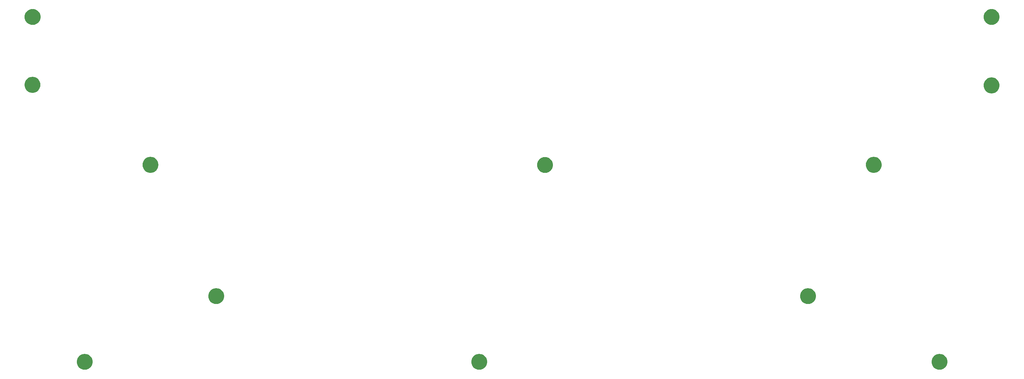
<source format=gbr>
G04 #@! TF.GenerationSoftware,KiCad,Pcbnew,(5.1.6)-1*
G04 #@! TF.CreationDate,2020-11-14T19:27:32+01:00*
G04 #@! TF.ProjectId,punk75_bottom_eotw,70756e6b-3735-45f6-926f-74746f6d5f65,rev?*
G04 #@! TF.SameCoordinates,Original*
G04 #@! TF.FileFunction,Soldermask,Top*
G04 #@! TF.FilePolarity,Negative*
%FSLAX46Y46*%
G04 Gerber Fmt 4.6, Leading zero omitted, Abs format (unit mm)*
G04 Created by KiCad (PCBNEW (5.1.6)-1) date 2020-11-14 19:27:32*
%MOMM*%
%LPD*%
G01*
G04 APERTURE LIST*
%ADD10C,0.100000*%
G04 APERTURE END LIST*
D10*
G36*
X213173903Y-208880713D02*
G01*
X213396177Y-208924926D01*
X213814932Y-209098380D01*
X214191802Y-209350196D01*
X214512304Y-209670698D01*
X214764120Y-210047568D01*
X214937574Y-210466323D01*
X215026000Y-210910871D01*
X215026000Y-211364129D01*
X214937574Y-211808677D01*
X214764120Y-212227432D01*
X214512304Y-212604302D01*
X214191802Y-212924804D01*
X213814932Y-213176620D01*
X213396177Y-213350074D01*
X213173903Y-213394287D01*
X212951630Y-213438500D01*
X212498370Y-213438500D01*
X212276097Y-213394287D01*
X212053823Y-213350074D01*
X211635068Y-213176620D01*
X211258198Y-212924804D01*
X210937696Y-212604302D01*
X210685880Y-212227432D01*
X210512426Y-211808677D01*
X210424000Y-211364129D01*
X210424000Y-210910871D01*
X210512426Y-210466323D01*
X210685880Y-210047568D01*
X210937696Y-209670698D01*
X211258198Y-209350196D01*
X211635068Y-209098380D01*
X212053823Y-208924926D01*
X212276097Y-208880713D01*
X212498370Y-208836500D01*
X212951630Y-208836500D01*
X213173903Y-208880713D01*
G37*
G36*
X98873903Y-208880713D02*
G01*
X99096177Y-208924926D01*
X99514932Y-209098380D01*
X99891802Y-209350196D01*
X100212304Y-209670698D01*
X100464120Y-210047568D01*
X100637574Y-210466323D01*
X100726000Y-210910871D01*
X100726000Y-211364129D01*
X100637574Y-211808677D01*
X100464120Y-212227432D01*
X100212304Y-212604302D01*
X99891802Y-212924804D01*
X99514932Y-213176620D01*
X99096177Y-213350074D01*
X98873903Y-213394287D01*
X98651630Y-213438500D01*
X98198370Y-213438500D01*
X97976097Y-213394287D01*
X97753823Y-213350074D01*
X97335068Y-213176620D01*
X96958198Y-212924804D01*
X96637696Y-212604302D01*
X96385880Y-212227432D01*
X96212426Y-211808677D01*
X96124000Y-211364129D01*
X96124000Y-210910871D01*
X96212426Y-210466323D01*
X96385880Y-210047568D01*
X96637696Y-209670698D01*
X96958198Y-209350196D01*
X97335068Y-209098380D01*
X97753823Y-208924926D01*
X97976097Y-208880713D01*
X98198370Y-208836500D01*
X98651630Y-208836500D01*
X98873903Y-208880713D01*
G37*
G36*
X346523903Y-208880713D02*
G01*
X346746177Y-208924926D01*
X347164932Y-209098380D01*
X347541802Y-209350196D01*
X347862304Y-209670698D01*
X348114120Y-210047568D01*
X348287574Y-210466323D01*
X348376000Y-210910871D01*
X348376000Y-211364129D01*
X348287574Y-211808677D01*
X348114120Y-212227432D01*
X347862304Y-212604302D01*
X347541802Y-212924804D01*
X347164932Y-213176620D01*
X346746177Y-213350074D01*
X346523903Y-213394287D01*
X346301630Y-213438500D01*
X345848370Y-213438500D01*
X345626097Y-213394287D01*
X345403823Y-213350074D01*
X344985068Y-213176620D01*
X344608198Y-212924804D01*
X344287696Y-212604302D01*
X344035880Y-212227432D01*
X343862426Y-211808677D01*
X343774000Y-211364129D01*
X343774000Y-210910871D01*
X343862426Y-210466323D01*
X344035880Y-210047568D01*
X344287696Y-209670698D01*
X344608198Y-209350196D01*
X344985068Y-209098380D01*
X345403823Y-208924926D01*
X345626097Y-208880713D01*
X345848370Y-208836500D01*
X346301630Y-208836500D01*
X346523903Y-208880713D01*
G37*
G36*
X308423903Y-189830713D02*
G01*
X308646177Y-189874926D01*
X309064932Y-190048380D01*
X309441802Y-190300196D01*
X309762304Y-190620698D01*
X310014120Y-190997568D01*
X310187574Y-191416323D01*
X310276000Y-191860871D01*
X310276000Y-192314129D01*
X310187574Y-192758677D01*
X310014120Y-193177432D01*
X309762304Y-193554302D01*
X309441802Y-193874804D01*
X309064932Y-194126620D01*
X308646177Y-194300074D01*
X308423903Y-194344287D01*
X308201630Y-194388500D01*
X307748370Y-194388500D01*
X307526097Y-194344287D01*
X307303823Y-194300074D01*
X306885068Y-194126620D01*
X306508198Y-193874804D01*
X306187696Y-193554302D01*
X305935880Y-193177432D01*
X305762426Y-192758677D01*
X305674000Y-192314129D01*
X305674000Y-191860871D01*
X305762426Y-191416323D01*
X305935880Y-190997568D01*
X306187696Y-190620698D01*
X306508198Y-190300196D01*
X306885068Y-190048380D01*
X307303823Y-189874926D01*
X307526097Y-189830713D01*
X307748370Y-189786500D01*
X308201630Y-189786500D01*
X308423903Y-189830713D01*
G37*
G36*
X136973903Y-189830713D02*
G01*
X137196177Y-189874926D01*
X137614932Y-190048380D01*
X137991802Y-190300196D01*
X138312304Y-190620698D01*
X138564120Y-190997568D01*
X138737574Y-191416323D01*
X138826000Y-191860871D01*
X138826000Y-192314129D01*
X138737574Y-192758677D01*
X138564120Y-193177432D01*
X138312304Y-193554302D01*
X137991802Y-193874804D01*
X137614932Y-194126620D01*
X137196177Y-194300074D01*
X136973903Y-194344287D01*
X136751630Y-194388500D01*
X136298370Y-194388500D01*
X136076097Y-194344287D01*
X135853823Y-194300074D01*
X135435068Y-194126620D01*
X135058198Y-193874804D01*
X134737696Y-193554302D01*
X134485880Y-193177432D01*
X134312426Y-192758677D01*
X134224000Y-192314129D01*
X134224000Y-191860871D01*
X134312426Y-191416323D01*
X134485880Y-190997568D01*
X134737696Y-190620698D01*
X135058198Y-190300196D01*
X135435068Y-190048380D01*
X135853823Y-189874926D01*
X136076097Y-189830713D01*
X136298370Y-189786500D01*
X136751630Y-189786500D01*
X136973903Y-189830713D01*
G37*
G36*
X232223903Y-151794213D02*
G01*
X232446177Y-151838426D01*
X232864932Y-152011880D01*
X233241802Y-152263696D01*
X233562304Y-152584198D01*
X233814120Y-152961068D01*
X233987574Y-153379823D01*
X233987574Y-153379824D01*
X234067845Y-153783370D01*
X234076000Y-153824371D01*
X234076000Y-154277629D01*
X233987574Y-154722177D01*
X233814120Y-155140932D01*
X233562304Y-155517802D01*
X233241802Y-155838304D01*
X232864932Y-156090120D01*
X232446177Y-156263574D01*
X232223903Y-156307787D01*
X232001630Y-156352000D01*
X231548370Y-156352000D01*
X231326097Y-156307787D01*
X231103823Y-156263574D01*
X230685068Y-156090120D01*
X230308198Y-155838304D01*
X229987696Y-155517802D01*
X229735880Y-155140932D01*
X229562426Y-154722177D01*
X229474000Y-154277629D01*
X229474000Y-153824371D01*
X229482156Y-153783370D01*
X229562426Y-153379824D01*
X229562426Y-153379823D01*
X229735880Y-152961068D01*
X229987696Y-152584198D01*
X230308198Y-152263696D01*
X230685068Y-152011880D01*
X231103823Y-151838426D01*
X231326097Y-151794213D01*
X231548370Y-151750000D01*
X232001630Y-151750000D01*
X232223903Y-151794213D01*
G37*
G36*
X117907750Y-151750000D02*
G01*
X118146177Y-151797426D01*
X118564932Y-151970880D01*
X118941802Y-152222696D01*
X119262304Y-152543198D01*
X119514120Y-152920068D01*
X119687574Y-153338823D01*
X119731787Y-153561097D01*
X119776000Y-153783370D01*
X119776000Y-154236630D01*
X119731787Y-154458903D01*
X119687574Y-154681177D01*
X119514120Y-155099932D01*
X119262304Y-155476802D01*
X118941802Y-155797304D01*
X118564932Y-156049120D01*
X118146177Y-156222574D01*
X117940056Y-156263574D01*
X117701630Y-156311000D01*
X117248370Y-156311000D01*
X117009944Y-156263574D01*
X116803823Y-156222574D01*
X116385068Y-156049120D01*
X116008198Y-155797304D01*
X115687696Y-155476802D01*
X115435880Y-155099932D01*
X115262426Y-154681177D01*
X115218213Y-154458903D01*
X115174000Y-154236630D01*
X115174000Y-153783370D01*
X115218213Y-153561097D01*
X115262426Y-153338823D01*
X115435880Y-152920068D01*
X115687696Y-152543198D01*
X116008198Y-152222696D01*
X116385068Y-151970880D01*
X116803823Y-151797426D01*
X117042250Y-151750000D01*
X117248370Y-151709000D01*
X117701630Y-151709000D01*
X117907750Y-151750000D01*
G37*
G36*
X327473903Y-151743213D02*
G01*
X327696177Y-151787426D01*
X328114932Y-151960880D01*
X328491802Y-152212696D01*
X328812304Y-152533198D01*
X329064120Y-152910068D01*
X329237574Y-153328823D01*
X329247719Y-153379824D01*
X329326000Y-153773370D01*
X329326000Y-154226630D01*
X329315855Y-154277630D01*
X329237574Y-154671177D01*
X329064120Y-155089932D01*
X328812304Y-155466802D01*
X328491802Y-155787304D01*
X328114932Y-156039120D01*
X327696177Y-156212574D01*
X327473903Y-156256787D01*
X327251630Y-156301000D01*
X326798370Y-156301000D01*
X326576097Y-156256787D01*
X326353823Y-156212574D01*
X325935068Y-156039120D01*
X325558198Y-155787304D01*
X325237696Y-155466802D01*
X324985880Y-155089932D01*
X324812426Y-154671177D01*
X324734145Y-154277630D01*
X324724000Y-154226630D01*
X324724000Y-153773370D01*
X324802281Y-153379824D01*
X324812426Y-153328823D01*
X324985880Y-152910068D01*
X325237696Y-152533198D01*
X325558198Y-152212696D01*
X325935068Y-151960880D01*
X326353823Y-151787426D01*
X326576097Y-151743213D01*
X326798370Y-151699000D01*
X327251630Y-151699000D01*
X327473903Y-151743213D01*
G37*
G36*
X361605153Y-128711963D02*
G01*
X361827427Y-128756176D01*
X362246182Y-128929630D01*
X362623052Y-129181446D01*
X362943554Y-129501948D01*
X363195370Y-129878818D01*
X363368824Y-130297573D01*
X363368824Y-130297574D01*
X363425673Y-130583370D01*
X363457250Y-130742121D01*
X363457250Y-131195379D01*
X363368824Y-131639927D01*
X363195370Y-132058682D01*
X362943554Y-132435552D01*
X362623052Y-132756054D01*
X362246182Y-133007870D01*
X361827427Y-133181324D01*
X361605153Y-133225537D01*
X361382880Y-133269750D01*
X360929620Y-133269750D01*
X360707347Y-133225537D01*
X360485073Y-133181324D01*
X360066318Y-133007870D01*
X359689448Y-132756054D01*
X359368946Y-132435552D01*
X359117130Y-132058682D01*
X358943676Y-131639927D01*
X358855250Y-131195379D01*
X358855250Y-130742121D01*
X358886828Y-130583370D01*
X358943676Y-130297574D01*
X358943676Y-130297573D01*
X359117130Y-129878818D01*
X359368946Y-129501948D01*
X359689448Y-129181446D01*
X360066318Y-128929630D01*
X360485073Y-128756176D01*
X360707347Y-128711963D01*
X360929620Y-128667750D01*
X361382880Y-128667750D01*
X361605153Y-128711963D01*
G37*
G36*
X83760903Y-128553213D02*
G01*
X83983177Y-128597426D01*
X84401932Y-128770880D01*
X84778802Y-129022696D01*
X85099304Y-129343198D01*
X85351120Y-129720068D01*
X85524574Y-130138823D01*
X85568787Y-130361097D01*
X85613000Y-130583370D01*
X85613000Y-131036630D01*
X85568787Y-131258903D01*
X85524574Y-131481177D01*
X85351120Y-131899932D01*
X85099304Y-132276802D01*
X84778802Y-132597304D01*
X84401932Y-132849120D01*
X83983177Y-133022574D01*
X83760903Y-133066787D01*
X83538630Y-133111000D01*
X83085370Y-133111000D01*
X82863097Y-133066787D01*
X82640823Y-133022574D01*
X82222068Y-132849120D01*
X81845198Y-132597304D01*
X81524696Y-132276802D01*
X81272880Y-131899932D01*
X81099426Y-131481177D01*
X81055213Y-131258903D01*
X81011000Y-131036630D01*
X81011000Y-130583370D01*
X81055213Y-130361097D01*
X81099426Y-130138823D01*
X81272880Y-129720068D01*
X81524696Y-129343198D01*
X81845198Y-129022696D01*
X82222068Y-128770880D01*
X82640823Y-128597426D01*
X82863097Y-128553213D01*
X83085370Y-128509000D01*
X83538630Y-128509000D01*
X83760903Y-128553213D01*
G37*
G36*
X361605153Y-108868213D02*
G01*
X361827427Y-108912426D01*
X362246182Y-109085880D01*
X362623052Y-109337696D01*
X362943554Y-109658198D01*
X363195370Y-110035068D01*
X363368824Y-110453823D01*
X363457250Y-110898371D01*
X363457250Y-111351629D01*
X363368824Y-111796177D01*
X363195370Y-112214932D01*
X362943554Y-112591802D01*
X362623052Y-112912304D01*
X362246182Y-113164120D01*
X361827427Y-113337574D01*
X361605153Y-113381787D01*
X361382880Y-113426000D01*
X360929620Y-113426000D01*
X360707347Y-113381787D01*
X360485073Y-113337574D01*
X360066318Y-113164120D01*
X359689448Y-112912304D01*
X359368946Y-112591802D01*
X359117130Y-112214932D01*
X358943676Y-111796177D01*
X358855250Y-111351629D01*
X358855250Y-110898371D01*
X358943676Y-110453823D01*
X359117130Y-110035068D01*
X359368946Y-109658198D01*
X359689448Y-109337696D01*
X360066318Y-109085880D01*
X360485073Y-108912426D01*
X360707347Y-108868213D01*
X360929620Y-108824000D01*
X361382880Y-108824000D01*
X361605153Y-108868213D01*
G37*
G36*
X83792653Y-108868213D02*
G01*
X84014927Y-108912426D01*
X84433682Y-109085880D01*
X84810552Y-109337696D01*
X85131054Y-109658198D01*
X85382870Y-110035068D01*
X85556324Y-110453823D01*
X85644750Y-110898371D01*
X85644750Y-111351629D01*
X85556324Y-111796177D01*
X85382870Y-112214932D01*
X85131054Y-112591802D01*
X84810552Y-112912304D01*
X84433682Y-113164120D01*
X84014927Y-113337574D01*
X83792653Y-113381787D01*
X83570380Y-113426000D01*
X83117120Y-113426000D01*
X82894847Y-113381787D01*
X82672573Y-113337574D01*
X82253818Y-113164120D01*
X81876948Y-112912304D01*
X81556446Y-112591802D01*
X81304630Y-112214932D01*
X81131176Y-111796177D01*
X81042750Y-111351629D01*
X81042750Y-110898371D01*
X81131176Y-110453823D01*
X81304630Y-110035068D01*
X81556446Y-109658198D01*
X81876948Y-109337696D01*
X82253818Y-109085880D01*
X82672573Y-108912426D01*
X82894847Y-108868213D01*
X83117120Y-108824000D01*
X83570380Y-108824000D01*
X83792653Y-108868213D01*
G37*
M02*

</source>
